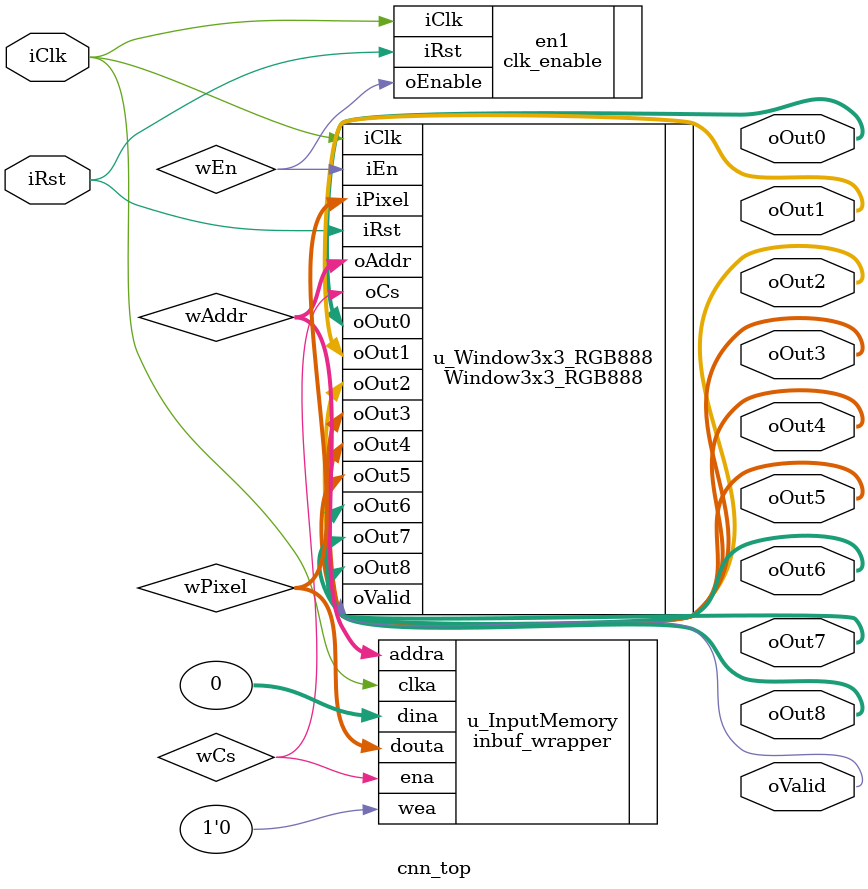
<source format=v>
module cnn_top (
	input iClk,
	input iRst,


	output [23:0] oOut0,
	output [23:0] oOut1,
	output [23:0] oOut2,
	output [23:0] oOut3,
	output [23:0] oOut4,
	output [23:0] oOut5,
	output [23:0] oOut6,
	output [23:0] oOut7,
	output [23:0] oOut8,
	output oValid
);

localparam DATA_W = 24;
localparam ADDR_W = 17;
localparam WIDTH = 480;
localparam HEIGHT = 272;
localparam DEPTH  = WIDTH * HEIGHT;

wire wEn;

clk_enable en1(
    .iClk(iClk),
	.iRst(iRst),
	.oEnable(wEn)
);

wire wCs;
wire [ADDR_W-1 : 0] wAddr;
wire [DATA_W-1 : 0] wPixel;

Window3x3_RGB888#(
    .DATA_W(DATA_W),
	.ADDR_W(ADDR_W),
	.WIDTH(WIDTH),
	.HEIGHT(HEIGHT),
	.DEPTH(DEPTH)
)u_Window3x3_RGB888(
	.iClk(iClk),
	.iRst(iRst),
	.iEn(wEn),

	/*for bram*/
	.oCs(wCs),
	.oAddr(wAddr),
	.iPixel(wPixel),

	/*next block 3x3 pixel */
	.oOut0(oOut0),
	.oOut1(oOut1),
	.oOut2(oOut2),
	.oOut3(oOut3),
	.oOut4(oOut4),
	.oOut5(oOut5),
	.oOut6(oOut6),
	.oOut7(oOut7),
	.oOut8(oOut8),
	.oValid(oValid)

);

inbuf_wrapper #(
  	.DATA_W(DATA_W),
	.ADDR_W(ADDR_W),
	.DEPTH(DEPTH)
) u_InputMemory(
  	.clka  (iClk),
	.ena   (wCs),
	.wea   (1'b0),//읽기모드
	.addra (wAddr),
	.dina  (0),//읽기모드
	.douta (wPixel)
);

endmodule
</source>
